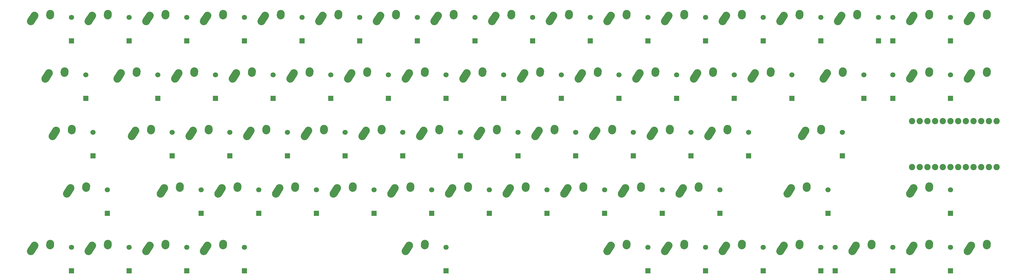
<source format=gts>
%TF.GenerationSoftware,KiCad,Pcbnew,(5.1.6-0-10_14)*%
%TF.CreationDate,2020-08-01T01:29:04+08:00*%
%TF.ProjectId,K45.0,4b34352e-302e-46b6-9963-61645f706362,rev?*%
%TF.SameCoordinates,Original*%
%TF.FileFunction,Soldermask,Top*%
%TF.FilePolarity,Negative*%
%FSLAX46Y46*%
G04 Gerber Fmt 4.6, Leading zero omitted, Abs format (unit mm)*
G04 Created by KiCad (PCBNEW (5.1.6-0-10_14)) date 2020-08-01 01:29:04*
%MOMM*%
%LPD*%
G01*
G04 APERTURE LIST*
%ADD10C,2.082800*%
%ADD11C,1.700000*%
%ADD12R,1.700000X1.700000*%
G04 APERTURE END LIST*
D10*
%TO.C,B1*%
X342106250Y-151923750D03*
X344646250Y-151923750D03*
X347186250Y-151923750D03*
X349726250Y-151923750D03*
X352266250Y-151923750D03*
X354806250Y-151923750D03*
X357346250Y-151923750D03*
X359886250Y-151923750D03*
X362426250Y-151923750D03*
X364966250Y-151923750D03*
X367506250Y-151923750D03*
X370046250Y-151923750D03*
X370046250Y-167163750D03*
X367506250Y-167163750D03*
X364966250Y-167163750D03*
X362426250Y-167163750D03*
X359886250Y-167163750D03*
X357346250Y-167163750D03*
X354806250Y-167163750D03*
X352266250Y-167163750D03*
X349726250Y-167163750D03*
X347186250Y-167163750D03*
X344646250Y-167163750D03*
X342106250Y-167163750D03*
%TD*%
%TO.C,K_PGDN1*%
G36*
G01*
X359375379Y-137224076D02*
X360584303Y-135326446D01*
G75*
G02*
X362379201Y-134928526I1096409J-698489D01*
G01*
X362379201Y-134928526D01*
G75*
G02*
X362777121Y-136723424I-698489J-1096409D01*
G01*
X361568197Y-138621054D01*
G75*
G02*
X359773299Y-139018974I-1096409J698489D01*
G01*
X359773299Y-139018974D01*
G75*
G02*
X359375379Y-137224076I698489J1096409D01*
G01*
G37*
G36*
G01*
X365534536Y-135904659D02*
X365573984Y-135326002D01*
G75*
G02*
X366959394Y-134117432I1296990J-88420D01*
G01*
X366959394Y-134117432D01*
G75*
G02*
X368167964Y-135502842I-88420J-1296990D01*
G01*
X368128516Y-136081498D01*
G75*
G02*
X366743106Y-137290068I-1296990J88420D01*
G01*
X366743106Y-137290068D01*
G75*
G02*
X365534536Y-135904658I88420J1296990D01*
G01*
G37*
%TD*%
%TO.C,K_ESC1*%
G36*
G01*
X49812879Y-118174076D02*
X51021803Y-116276446D01*
G75*
G02*
X52816701Y-115878526I1096409J-698489D01*
G01*
X52816701Y-115878526D01*
G75*
G02*
X53214621Y-117673424I-698489J-1096409D01*
G01*
X52005697Y-119571054D01*
G75*
G02*
X50210799Y-119968974I-1096409J698489D01*
G01*
X50210799Y-119968974D01*
G75*
G02*
X49812879Y-118174076I698489J1096409D01*
G01*
G37*
G36*
G01*
X55972036Y-116854659D02*
X56011484Y-116276002D01*
G75*
G02*
X57396894Y-115067432I1296990J-88420D01*
G01*
X57396894Y-115067432D01*
G75*
G02*
X58605464Y-116452842I-88420J-1296990D01*
G01*
X58566016Y-117031498D01*
G75*
G02*
X57180606Y-118240068I-1296990J88420D01*
G01*
X57180606Y-118240068D01*
G75*
G02*
X55972036Y-116854658I88420J1296990D01*
G01*
G37*
%TD*%
D11*
%TO.C,D_0*%
X254793750Y-117543750D03*
D12*
X254793750Y-125343750D03*
%TD*%
D11*
%TO.C,D_1*%
X83343750Y-117543750D03*
D12*
X83343750Y-125343750D03*
%TD*%
D11*
%TO.C,D_2*%
X102393750Y-117543750D03*
D12*
X102393750Y-125343750D03*
%TD*%
D11*
%TO.C,D_3*%
X121443750Y-117543750D03*
D12*
X121443750Y-125343750D03*
%TD*%
D11*
%TO.C,D_4*%
X140493750Y-117543750D03*
D12*
X140493750Y-125343750D03*
%TD*%
D11*
%TO.C,D_5*%
X159543750Y-117543750D03*
D12*
X159543750Y-125343750D03*
%TD*%
D11*
%TO.C,D_6*%
X178593750Y-117543750D03*
D12*
X178593750Y-125343750D03*
%TD*%
D11*
%TO.C,D_7*%
X197643750Y-117543750D03*
D12*
X197643750Y-125343750D03*
%TD*%
D11*
%TO.C,D_8*%
X216693750Y-117543750D03*
D12*
X216693750Y-125343750D03*
%TD*%
D11*
%TO.C,D_9*%
X235743750Y-117543750D03*
D12*
X235743750Y-125343750D03*
%TD*%
D11*
%TO.C,D_A1*%
X97631250Y-155643750D03*
D12*
X97631250Y-163443750D03*
%TD*%
%TO.C,D_B1*%
X183356250Y-182493750D03*
D11*
X183356250Y-174693750D03*
%TD*%
%TO.C,D_backslash1*%
X326231250Y-136593750D03*
D12*
X326231250Y-144393750D03*
%TD*%
%TO.C,D_C1*%
X145256250Y-182493750D03*
D11*
X145256250Y-174693750D03*
%TD*%
%TO.C,D_CAPLK1*%
X71437500Y-155643750D03*
D12*
X71437500Y-163443750D03*
%TD*%
%TO.C,D_comma1*%
X240506250Y-182493750D03*
D11*
X240506250Y-174693750D03*
%TD*%
D12*
%TO.C,D_D1*%
X135731250Y-163443750D03*
D11*
X135731250Y-155643750D03*
%TD*%
%TO.C,D_DEL1*%
X330993750Y-117543750D03*
D12*
X330993750Y-125343750D03*
%TD*%
%TO.C,D_DN1*%
X335756250Y-201543750D03*
D11*
X335756250Y-193743750D03*
%TD*%
D12*
%TO.C,D_dot1*%
X259556250Y-182493750D03*
D11*
X259556250Y-174693750D03*
%TD*%
%TO.C,D_E1*%
X130968750Y-136593750D03*
D12*
X130968750Y-144393750D03*
%TD*%
D11*
%TO.C,D_END1*%
X335756250Y-136593750D03*
D12*
X335756250Y-144393750D03*
%TD*%
%TO.C,D_ENTER1*%
X319087500Y-163443750D03*
D11*
X319087500Y-155643750D03*
%TD*%
%TO.C,D_ESC1*%
X64293750Y-117543750D03*
D12*
X64293750Y-125343750D03*
%TD*%
%TO.C,D_F1*%
X154781250Y-163443750D03*
D11*
X154781250Y-155643750D03*
%TD*%
D12*
%TO.C,D_G1*%
X173831250Y-163443750D03*
D11*
X173831250Y-155643750D03*
%TD*%
D12*
%TO.C,D_H1*%
X192881250Y-163443750D03*
D11*
X192881250Y-155643750D03*
%TD*%
%TO.C,D_HOME1*%
X335756250Y-117543750D03*
D12*
X335756250Y-125343750D03*
%TD*%
D11*
%TO.C,D_I1*%
X226218750Y-136593750D03*
D12*
X226218750Y-144393750D03*
%TD*%
%TO.C,D_J1*%
X211931250Y-163443750D03*
D11*
X211931250Y-155643750D03*
%TD*%
D12*
%TO.C,D_K1*%
X230981250Y-163443750D03*
D11*
X230981250Y-155643750D03*
%TD*%
D12*
%TO.C,D_L1*%
X250031250Y-163443750D03*
D11*
X250031250Y-155643750D03*
%TD*%
D12*
%TO.C,D_LALT1*%
X102393750Y-201543750D03*
D11*
X102393750Y-193743750D03*
%TD*%
D12*
%TO.C,D_LCMD1*%
X121443750Y-201543750D03*
D11*
X121443750Y-193743750D03*
%TD*%
D12*
%TO.C,D_LCTRL1*%
X83343750Y-201543750D03*
D11*
X83343750Y-193743750D03*
%TD*%
%TO.C,D_leftsquare1*%
X283368750Y-136593750D03*
D12*
X283368750Y-144393750D03*
%TD*%
%TO.C,D_LFN1*%
X64293750Y-201543750D03*
D11*
X64293750Y-193743750D03*
%TD*%
D12*
%TO.C,D_LIFT1*%
X292893750Y-201543750D03*
D11*
X292893750Y-193743750D03*
%TD*%
D12*
%TO.C,D_LSHIFT1*%
X76200000Y-182493750D03*
D11*
X76200000Y-174693750D03*
%TD*%
D12*
%TO.C,D_LT1*%
X316706250Y-201543750D03*
D11*
X316706250Y-193743750D03*
%TD*%
D12*
%TO.C,D_M1*%
X221456250Y-182493750D03*
D11*
X221456250Y-174693750D03*
%TD*%
%TO.C,D_minus1*%
X273843750Y-117543750D03*
D12*
X273843750Y-125343750D03*
%TD*%
%TO.C,D_N1*%
X202406250Y-182493750D03*
D11*
X202406250Y-174693750D03*
%TD*%
%TO.C,D_O1*%
X245268750Y-136593750D03*
D12*
X245268750Y-144393750D03*
%TD*%
D11*
%TO.C,D_P1*%
X264318750Y-136593750D03*
D12*
X264318750Y-144393750D03*
%TD*%
D11*
%TO.C,D_PGDN1*%
X354806250Y-136593750D03*
D12*
X354806250Y-144393750D03*
%TD*%
D11*
%TO.C,D_PGUP1*%
X354806250Y-117543750D03*
D12*
X354806250Y-125343750D03*
%TD*%
D11*
%TO.C,D_plus1*%
X292893750Y-117543750D03*
D12*
X292893750Y-125343750D03*
%TD*%
D11*
%TO.C,D_Q1*%
X92868750Y-136593750D03*
D12*
X92868750Y-144393750D03*
%TD*%
%TO.C,D_quote1*%
X288131250Y-163443750D03*
D11*
X288131250Y-155643750D03*
%TD*%
%TO.C,D_R1*%
X150018750Y-136593750D03*
D12*
X150018750Y-144393750D03*
%TD*%
%TO.C,D_RALT1*%
X273843750Y-201543750D03*
D11*
X273843750Y-193743750D03*
%TD*%
D12*
%TO.C,D_RCMD1*%
X254793750Y-201543750D03*
D11*
X254793750Y-193743750D03*
%TD*%
D12*
%TO.C,D_RFN1*%
X311943750Y-201543750D03*
D11*
X311943750Y-193743750D03*
%TD*%
%TO.C,D_rightsquare1*%
X302418750Y-136593750D03*
D12*
X302418750Y-144393750D03*
%TD*%
%TO.C,D_RSHIFT1*%
X314325000Y-182493750D03*
D11*
X314325000Y-174693750D03*
%TD*%
D12*
%TO.C,D_RT1*%
X354806250Y-201543750D03*
D11*
X354806250Y-193743750D03*
%TD*%
D12*
%TO.C,D_S1*%
X116681250Y-163443750D03*
D11*
X116681250Y-155643750D03*
%TD*%
D12*
%TO.C,D_semicolon1*%
X269081250Y-163443750D03*
D11*
X269081250Y-155643750D03*
%TD*%
D12*
%TO.C,D_slash1*%
X278606250Y-182493750D03*
D11*
X278606250Y-174693750D03*
%TD*%
D12*
%TO.C,D_space1*%
X188118750Y-201543750D03*
D11*
X188118750Y-193743750D03*
%TD*%
%TO.C,D_T1*%
X169068750Y-136593750D03*
D12*
X169068750Y-144393750D03*
%TD*%
D11*
%TO.C,D_TAB1*%
X69056250Y-136593750D03*
D12*
X69056250Y-144393750D03*
%TD*%
D11*
%TO.C,D_tilde1*%
X311943750Y-117543750D03*
D12*
X311943750Y-125343750D03*
%TD*%
D11*
%TO.C,D_U1*%
X207168750Y-136593750D03*
D12*
X207168750Y-144393750D03*
%TD*%
%TO.C,D_UP1*%
X354806250Y-182493750D03*
D11*
X354806250Y-174693750D03*
%TD*%
D12*
%TO.C,D_V1*%
X164306250Y-182493750D03*
D11*
X164306250Y-174693750D03*
%TD*%
%TO.C,D_W1*%
X111918750Y-136593750D03*
D12*
X111918750Y-144393750D03*
%TD*%
%TO.C,D_X1*%
X126206250Y-182493750D03*
D11*
X126206250Y-174693750D03*
%TD*%
%TO.C,D_Y1*%
X188118750Y-136593750D03*
D12*
X188118750Y-144393750D03*
%TD*%
%TO.C,D_Z1*%
X107156250Y-182493750D03*
D11*
X107156250Y-174693750D03*
%TD*%
%TO.C,K_0*%
G36*
G01*
X246472036Y-116854659D02*
X246511484Y-116276002D01*
G75*
G02*
X247896894Y-115067432I1296990J-88420D01*
G01*
X247896894Y-115067432D01*
G75*
G02*
X249105464Y-116452842I-88420J-1296990D01*
G01*
X249066016Y-117031498D01*
G75*
G02*
X247680606Y-118240068I-1296990J88420D01*
G01*
X247680606Y-118240068D01*
G75*
G02*
X246472036Y-116854658I88420J1296990D01*
G01*
G37*
G36*
G01*
X240312879Y-118174076D02*
X241521803Y-116276446D01*
G75*
G02*
X243316701Y-115878526I1096409J-698489D01*
G01*
X243316701Y-115878526D01*
G75*
G02*
X243714621Y-117673424I-698489J-1096409D01*
G01*
X242505697Y-119571054D01*
G75*
G02*
X240710799Y-119968974I-1096409J698489D01*
G01*
X240710799Y-119968974D01*
G75*
G02*
X240312879Y-118174076I698489J1096409D01*
G01*
G37*
%TD*%
%TO.C,K_1*%
G36*
G01*
X75022036Y-116854659D02*
X75061484Y-116276002D01*
G75*
G02*
X76446894Y-115067432I1296990J-88420D01*
G01*
X76446894Y-115067432D01*
G75*
G02*
X77655464Y-116452842I-88420J-1296990D01*
G01*
X77616016Y-117031498D01*
G75*
G02*
X76230606Y-118240068I-1296990J88420D01*
G01*
X76230606Y-118240068D01*
G75*
G02*
X75022036Y-116854658I88420J1296990D01*
G01*
G37*
G36*
G01*
X68862879Y-118174076D02*
X70071803Y-116276446D01*
G75*
G02*
X71866701Y-115878526I1096409J-698489D01*
G01*
X71866701Y-115878526D01*
G75*
G02*
X72264621Y-117673424I-698489J-1096409D01*
G01*
X71055697Y-119571054D01*
G75*
G02*
X69260799Y-119968974I-1096409J698489D01*
G01*
X69260799Y-119968974D01*
G75*
G02*
X68862879Y-118174076I698489J1096409D01*
G01*
G37*
%TD*%
%TO.C,K_2*%
G36*
G01*
X94072036Y-116854659D02*
X94111484Y-116276002D01*
G75*
G02*
X95496894Y-115067432I1296990J-88420D01*
G01*
X95496894Y-115067432D01*
G75*
G02*
X96705464Y-116452842I-88420J-1296990D01*
G01*
X96666016Y-117031498D01*
G75*
G02*
X95280606Y-118240068I-1296990J88420D01*
G01*
X95280606Y-118240068D01*
G75*
G02*
X94072036Y-116854658I88420J1296990D01*
G01*
G37*
G36*
G01*
X87912879Y-118174076D02*
X89121803Y-116276446D01*
G75*
G02*
X90916701Y-115878526I1096409J-698489D01*
G01*
X90916701Y-115878526D01*
G75*
G02*
X91314621Y-117673424I-698489J-1096409D01*
G01*
X90105697Y-119571054D01*
G75*
G02*
X88310799Y-119968974I-1096409J698489D01*
G01*
X88310799Y-119968974D01*
G75*
G02*
X87912879Y-118174076I698489J1096409D01*
G01*
G37*
%TD*%
%TO.C,K_3*%
G36*
G01*
X113122036Y-116854659D02*
X113161484Y-116276002D01*
G75*
G02*
X114546894Y-115067432I1296990J-88420D01*
G01*
X114546894Y-115067432D01*
G75*
G02*
X115755464Y-116452842I-88420J-1296990D01*
G01*
X115716016Y-117031498D01*
G75*
G02*
X114330606Y-118240068I-1296990J88420D01*
G01*
X114330606Y-118240068D01*
G75*
G02*
X113122036Y-116854658I88420J1296990D01*
G01*
G37*
G36*
G01*
X106962879Y-118174076D02*
X108171803Y-116276446D01*
G75*
G02*
X109966701Y-115878526I1096409J-698489D01*
G01*
X109966701Y-115878526D01*
G75*
G02*
X110364621Y-117673424I-698489J-1096409D01*
G01*
X109155697Y-119571054D01*
G75*
G02*
X107360799Y-119968974I-1096409J698489D01*
G01*
X107360799Y-119968974D01*
G75*
G02*
X106962879Y-118174076I698489J1096409D01*
G01*
G37*
%TD*%
%TO.C,K_4*%
G36*
G01*
X132172036Y-116854659D02*
X132211484Y-116276002D01*
G75*
G02*
X133596894Y-115067432I1296990J-88420D01*
G01*
X133596894Y-115067432D01*
G75*
G02*
X134805464Y-116452842I-88420J-1296990D01*
G01*
X134766016Y-117031498D01*
G75*
G02*
X133380606Y-118240068I-1296990J88420D01*
G01*
X133380606Y-118240068D01*
G75*
G02*
X132172036Y-116854658I88420J1296990D01*
G01*
G37*
G36*
G01*
X126012879Y-118174076D02*
X127221803Y-116276446D01*
G75*
G02*
X129016701Y-115878526I1096409J-698489D01*
G01*
X129016701Y-115878526D01*
G75*
G02*
X129414621Y-117673424I-698489J-1096409D01*
G01*
X128205697Y-119571054D01*
G75*
G02*
X126410799Y-119968974I-1096409J698489D01*
G01*
X126410799Y-119968974D01*
G75*
G02*
X126012879Y-118174076I698489J1096409D01*
G01*
G37*
%TD*%
%TO.C,K_5*%
G36*
G01*
X151222036Y-116854659D02*
X151261484Y-116276002D01*
G75*
G02*
X152646894Y-115067432I1296990J-88420D01*
G01*
X152646894Y-115067432D01*
G75*
G02*
X153855464Y-116452842I-88420J-1296990D01*
G01*
X153816016Y-117031498D01*
G75*
G02*
X152430606Y-118240068I-1296990J88420D01*
G01*
X152430606Y-118240068D01*
G75*
G02*
X151222036Y-116854658I88420J1296990D01*
G01*
G37*
G36*
G01*
X145062879Y-118174076D02*
X146271803Y-116276446D01*
G75*
G02*
X148066701Y-115878526I1096409J-698489D01*
G01*
X148066701Y-115878526D01*
G75*
G02*
X148464621Y-117673424I-698489J-1096409D01*
G01*
X147255697Y-119571054D01*
G75*
G02*
X145460799Y-119968974I-1096409J698489D01*
G01*
X145460799Y-119968974D01*
G75*
G02*
X145062879Y-118174076I698489J1096409D01*
G01*
G37*
%TD*%
%TO.C,K_6*%
G36*
G01*
X170272036Y-116854659D02*
X170311484Y-116276002D01*
G75*
G02*
X171696894Y-115067432I1296990J-88420D01*
G01*
X171696894Y-115067432D01*
G75*
G02*
X172905464Y-116452842I-88420J-1296990D01*
G01*
X172866016Y-117031498D01*
G75*
G02*
X171480606Y-118240068I-1296990J88420D01*
G01*
X171480606Y-118240068D01*
G75*
G02*
X170272036Y-116854658I88420J1296990D01*
G01*
G37*
G36*
G01*
X164112879Y-118174076D02*
X165321803Y-116276446D01*
G75*
G02*
X167116701Y-115878526I1096409J-698489D01*
G01*
X167116701Y-115878526D01*
G75*
G02*
X167514621Y-117673424I-698489J-1096409D01*
G01*
X166305697Y-119571054D01*
G75*
G02*
X164510799Y-119968974I-1096409J698489D01*
G01*
X164510799Y-119968974D01*
G75*
G02*
X164112879Y-118174076I698489J1096409D01*
G01*
G37*
%TD*%
%TO.C,K_7*%
G36*
G01*
X189322036Y-116854659D02*
X189361484Y-116276002D01*
G75*
G02*
X190746894Y-115067432I1296990J-88420D01*
G01*
X190746894Y-115067432D01*
G75*
G02*
X191955464Y-116452842I-88420J-1296990D01*
G01*
X191916016Y-117031498D01*
G75*
G02*
X190530606Y-118240068I-1296990J88420D01*
G01*
X190530606Y-118240068D01*
G75*
G02*
X189322036Y-116854658I88420J1296990D01*
G01*
G37*
G36*
G01*
X183162879Y-118174076D02*
X184371803Y-116276446D01*
G75*
G02*
X186166701Y-115878526I1096409J-698489D01*
G01*
X186166701Y-115878526D01*
G75*
G02*
X186564621Y-117673424I-698489J-1096409D01*
G01*
X185355697Y-119571054D01*
G75*
G02*
X183560799Y-119968974I-1096409J698489D01*
G01*
X183560799Y-119968974D01*
G75*
G02*
X183162879Y-118174076I698489J1096409D01*
G01*
G37*
%TD*%
%TO.C,K_8*%
G36*
G01*
X208372036Y-116854659D02*
X208411484Y-116276002D01*
G75*
G02*
X209796894Y-115067432I1296990J-88420D01*
G01*
X209796894Y-115067432D01*
G75*
G02*
X211005464Y-116452842I-88420J-1296990D01*
G01*
X210966016Y-117031498D01*
G75*
G02*
X209580606Y-118240068I-1296990J88420D01*
G01*
X209580606Y-118240068D01*
G75*
G02*
X208372036Y-116854658I88420J1296990D01*
G01*
G37*
G36*
G01*
X202212879Y-118174076D02*
X203421803Y-116276446D01*
G75*
G02*
X205216701Y-115878526I1096409J-698489D01*
G01*
X205216701Y-115878526D01*
G75*
G02*
X205614621Y-117673424I-698489J-1096409D01*
G01*
X204405697Y-119571054D01*
G75*
G02*
X202610799Y-119968974I-1096409J698489D01*
G01*
X202610799Y-119968974D01*
G75*
G02*
X202212879Y-118174076I698489J1096409D01*
G01*
G37*
%TD*%
%TO.C,K_9*%
G36*
G01*
X227422036Y-116854659D02*
X227461484Y-116276002D01*
G75*
G02*
X228846894Y-115067432I1296990J-88420D01*
G01*
X228846894Y-115067432D01*
G75*
G02*
X230055464Y-116452842I-88420J-1296990D01*
G01*
X230016016Y-117031498D01*
G75*
G02*
X228630606Y-118240068I-1296990J88420D01*
G01*
X228630606Y-118240068D01*
G75*
G02*
X227422036Y-116854658I88420J1296990D01*
G01*
G37*
G36*
G01*
X221262879Y-118174076D02*
X222471803Y-116276446D01*
G75*
G02*
X224266701Y-115878526I1096409J-698489D01*
G01*
X224266701Y-115878526D01*
G75*
G02*
X224664621Y-117673424I-698489J-1096409D01*
G01*
X223455697Y-119571054D01*
G75*
G02*
X221660799Y-119968974I-1096409J698489D01*
G01*
X221660799Y-119968974D01*
G75*
G02*
X221262879Y-118174076I698489J1096409D01*
G01*
G37*
%TD*%
%TO.C,K_A1*%
G36*
G01*
X83150379Y-156274076D02*
X84359303Y-154376446D01*
G75*
G02*
X86154201Y-153978526I1096409J-698489D01*
G01*
X86154201Y-153978526D01*
G75*
G02*
X86552121Y-155773424I-698489J-1096409D01*
G01*
X85343197Y-157671054D01*
G75*
G02*
X83548299Y-158068974I-1096409J698489D01*
G01*
X83548299Y-158068974D01*
G75*
G02*
X83150379Y-156274076I698489J1096409D01*
G01*
G37*
G36*
G01*
X89309536Y-154954659D02*
X89348984Y-154376002D01*
G75*
G02*
X90734394Y-153167432I1296990J-88420D01*
G01*
X90734394Y-153167432D01*
G75*
G02*
X91942964Y-154552842I-88420J-1296990D01*
G01*
X91903516Y-155131498D01*
G75*
G02*
X90518106Y-156340068I-1296990J88420D01*
G01*
X90518106Y-156340068D01*
G75*
G02*
X89309536Y-154954658I88420J1296990D01*
G01*
G37*
%TD*%
%TO.C,K_B1*%
G36*
G01*
X175034536Y-174004659D02*
X175073984Y-173426002D01*
G75*
G02*
X176459394Y-172217432I1296990J-88420D01*
G01*
X176459394Y-172217432D01*
G75*
G02*
X177667964Y-173602842I-88420J-1296990D01*
G01*
X177628516Y-174181498D01*
G75*
G02*
X176243106Y-175390068I-1296990J88420D01*
G01*
X176243106Y-175390068D01*
G75*
G02*
X175034536Y-174004658I88420J1296990D01*
G01*
G37*
G36*
G01*
X168875379Y-175324076D02*
X170084303Y-173426446D01*
G75*
G02*
X171879201Y-173028526I1096409J-698489D01*
G01*
X171879201Y-173028526D01*
G75*
G02*
X172277121Y-174823424I-698489J-1096409D01*
G01*
X171068197Y-176721054D01*
G75*
G02*
X169273299Y-177118974I-1096409J698489D01*
G01*
X169273299Y-177118974D01*
G75*
G02*
X168875379Y-175324076I698489J1096409D01*
G01*
G37*
%TD*%
%TO.C,K_backslash1*%
G36*
G01*
X311750379Y-137224076D02*
X312959303Y-135326446D01*
G75*
G02*
X314754201Y-134928526I1096409J-698489D01*
G01*
X314754201Y-134928526D01*
G75*
G02*
X315152121Y-136723424I-698489J-1096409D01*
G01*
X313943197Y-138621054D01*
G75*
G02*
X312148299Y-139018974I-1096409J698489D01*
G01*
X312148299Y-139018974D01*
G75*
G02*
X311750379Y-137224076I698489J1096409D01*
G01*
G37*
G36*
G01*
X317909536Y-135904659D02*
X317948984Y-135326002D01*
G75*
G02*
X319334394Y-134117432I1296990J-88420D01*
G01*
X319334394Y-134117432D01*
G75*
G02*
X320542964Y-135502842I-88420J-1296990D01*
G01*
X320503516Y-136081498D01*
G75*
G02*
X319118106Y-137290068I-1296990J88420D01*
G01*
X319118106Y-137290068D01*
G75*
G02*
X317909536Y-135904658I88420J1296990D01*
G01*
G37*
%TD*%
%TO.C,K_C1*%
G36*
G01*
X136934536Y-174004659D02*
X136973984Y-173426002D01*
G75*
G02*
X138359394Y-172217432I1296990J-88420D01*
G01*
X138359394Y-172217432D01*
G75*
G02*
X139567964Y-173602842I-88420J-1296990D01*
G01*
X139528516Y-174181498D01*
G75*
G02*
X138143106Y-175390068I-1296990J88420D01*
G01*
X138143106Y-175390068D01*
G75*
G02*
X136934536Y-174004658I88420J1296990D01*
G01*
G37*
G36*
G01*
X130775379Y-175324076D02*
X131984303Y-173426446D01*
G75*
G02*
X133779201Y-173028526I1096409J-698489D01*
G01*
X133779201Y-173028526D01*
G75*
G02*
X134177121Y-174823424I-698489J-1096409D01*
G01*
X132968197Y-176721054D01*
G75*
G02*
X131173299Y-177118974I-1096409J698489D01*
G01*
X131173299Y-177118974D01*
G75*
G02*
X130775379Y-175324076I698489J1096409D01*
G01*
G37*
%TD*%
%TO.C,K_CAPLK1*%
G36*
G01*
X56956629Y-156274076D02*
X58165553Y-154376446D01*
G75*
G02*
X59960451Y-153978526I1096409J-698489D01*
G01*
X59960451Y-153978526D01*
G75*
G02*
X60358371Y-155773424I-698489J-1096409D01*
G01*
X59149447Y-157671054D01*
G75*
G02*
X57354549Y-158068974I-1096409J698489D01*
G01*
X57354549Y-158068974D01*
G75*
G02*
X56956629Y-156274076I698489J1096409D01*
G01*
G37*
G36*
G01*
X63115786Y-154954659D02*
X63155234Y-154376002D01*
G75*
G02*
X64540644Y-153167432I1296990J-88420D01*
G01*
X64540644Y-153167432D01*
G75*
G02*
X65749214Y-154552842I-88420J-1296990D01*
G01*
X65709766Y-155131498D01*
G75*
G02*
X64324356Y-156340068I-1296990J88420D01*
G01*
X64324356Y-156340068D01*
G75*
G02*
X63115786Y-154954658I88420J1296990D01*
G01*
G37*
%TD*%
%TO.C,K_comma1*%
G36*
G01*
X232184536Y-174004659D02*
X232223984Y-173426002D01*
G75*
G02*
X233609394Y-172217432I1296990J-88420D01*
G01*
X233609394Y-172217432D01*
G75*
G02*
X234817964Y-173602842I-88420J-1296990D01*
G01*
X234778516Y-174181498D01*
G75*
G02*
X233393106Y-175390068I-1296990J88420D01*
G01*
X233393106Y-175390068D01*
G75*
G02*
X232184536Y-174004658I88420J1296990D01*
G01*
G37*
G36*
G01*
X226025379Y-175324076D02*
X227234303Y-173426446D01*
G75*
G02*
X229029201Y-173028526I1096409J-698489D01*
G01*
X229029201Y-173028526D01*
G75*
G02*
X229427121Y-174823424I-698489J-1096409D01*
G01*
X228218197Y-176721054D01*
G75*
G02*
X226423299Y-177118974I-1096409J698489D01*
G01*
X226423299Y-177118974D01*
G75*
G02*
X226025379Y-175324076I698489J1096409D01*
G01*
G37*
%TD*%
%TO.C,K_D1*%
G36*
G01*
X127409536Y-154954659D02*
X127448984Y-154376002D01*
G75*
G02*
X128834394Y-153167432I1296990J-88420D01*
G01*
X128834394Y-153167432D01*
G75*
G02*
X130042964Y-154552842I-88420J-1296990D01*
G01*
X130003516Y-155131498D01*
G75*
G02*
X128618106Y-156340068I-1296990J88420D01*
G01*
X128618106Y-156340068D01*
G75*
G02*
X127409536Y-154954658I88420J1296990D01*
G01*
G37*
G36*
G01*
X121250379Y-156274076D02*
X122459303Y-154376446D01*
G75*
G02*
X124254201Y-153978526I1096409J-698489D01*
G01*
X124254201Y-153978526D01*
G75*
G02*
X124652121Y-155773424I-698489J-1096409D01*
G01*
X123443197Y-157671054D01*
G75*
G02*
X121648299Y-158068974I-1096409J698489D01*
G01*
X121648299Y-158068974D01*
G75*
G02*
X121250379Y-156274076I698489J1096409D01*
G01*
G37*
%TD*%
%TO.C,K_DEL1*%
G36*
G01*
X316512879Y-118174076D02*
X317721803Y-116276446D01*
G75*
G02*
X319516701Y-115878526I1096409J-698489D01*
G01*
X319516701Y-115878526D01*
G75*
G02*
X319914621Y-117673424I-698489J-1096409D01*
G01*
X318705697Y-119571054D01*
G75*
G02*
X316910799Y-119968974I-1096409J698489D01*
G01*
X316910799Y-119968974D01*
G75*
G02*
X316512879Y-118174076I698489J1096409D01*
G01*
G37*
G36*
G01*
X322672036Y-116854659D02*
X322711484Y-116276002D01*
G75*
G02*
X324096894Y-115067432I1296990J-88420D01*
G01*
X324096894Y-115067432D01*
G75*
G02*
X325305464Y-116452842I-88420J-1296990D01*
G01*
X325266016Y-117031498D01*
G75*
G02*
X323880606Y-118240068I-1296990J88420D01*
G01*
X323880606Y-118240068D01*
G75*
G02*
X322672036Y-116854658I88420J1296990D01*
G01*
G37*
%TD*%
%TO.C,K_DN1*%
G36*
G01*
X340325379Y-194374076D02*
X341534303Y-192476446D01*
G75*
G02*
X343329201Y-192078526I1096409J-698489D01*
G01*
X343329201Y-192078526D01*
G75*
G02*
X343727121Y-193873424I-698489J-1096409D01*
G01*
X342518197Y-195771054D01*
G75*
G02*
X340723299Y-196168974I-1096409J698489D01*
G01*
X340723299Y-196168974D01*
G75*
G02*
X340325379Y-194374076I698489J1096409D01*
G01*
G37*
G36*
G01*
X346484536Y-193054659D02*
X346523984Y-192476002D01*
G75*
G02*
X347909394Y-191267432I1296990J-88420D01*
G01*
X347909394Y-191267432D01*
G75*
G02*
X349117964Y-192652842I-88420J-1296990D01*
G01*
X349078516Y-193231498D01*
G75*
G02*
X347693106Y-194440068I-1296990J88420D01*
G01*
X347693106Y-194440068D01*
G75*
G02*
X346484536Y-193054658I88420J1296990D01*
G01*
G37*
%TD*%
%TO.C,K_dot1*%
G36*
G01*
X251234536Y-174004659D02*
X251273984Y-173426002D01*
G75*
G02*
X252659394Y-172217432I1296990J-88420D01*
G01*
X252659394Y-172217432D01*
G75*
G02*
X253867964Y-173602842I-88420J-1296990D01*
G01*
X253828516Y-174181498D01*
G75*
G02*
X252443106Y-175390068I-1296990J88420D01*
G01*
X252443106Y-175390068D01*
G75*
G02*
X251234536Y-174004658I88420J1296990D01*
G01*
G37*
G36*
G01*
X245075379Y-175324076D02*
X246284303Y-173426446D01*
G75*
G02*
X248079201Y-173028526I1096409J-698489D01*
G01*
X248079201Y-173028526D01*
G75*
G02*
X248477121Y-174823424I-698489J-1096409D01*
G01*
X247268197Y-176721054D01*
G75*
G02*
X245473299Y-177118974I-1096409J698489D01*
G01*
X245473299Y-177118974D01*
G75*
G02*
X245075379Y-175324076I698489J1096409D01*
G01*
G37*
%TD*%
%TO.C,K_E1*%
G36*
G01*
X116487879Y-137224076D02*
X117696803Y-135326446D01*
G75*
G02*
X119491701Y-134928526I1096409J-698489D01*
G01*
X119491701Y-134928526D01*
G75*
G02*
X119889621Y-136723424I-698489J-1096409D01*
G01*
X118680697Y-138621054D01*
G75*
G02*
X116885799Y-139018974I-1096409J698489D01*
G01*
X116885799Y-139018974D01*
G75*
G02*
X116487879Y-137224076I698489J1096409D01*
G01*
G37*
G36*
G01*
X122647036Y-135904659D02*
X122686484Y-135326002D01*
G75*
G02*
X124071894Y-134117432I1296990J-88420D01*
G01*
X124071894Y-134117432D01*
G75*
G02*
X125280464Y-135502842I-88420J-1296990D01*
G01*
X125241016Y-136081498D01*
G75*
G02*
X123855606Y-137290068I-1296990J88420D01*
G01*
X123855606Y-137290068D01*
G75*
G02*
X122647036Y-135904658I88420J1296990D01*
G01*
G37*
%TD*%
%TO.C,K_END1*%
G36*
G01*
X340325379Y-137224076D02*
X341534303Y-135326446D01*
G75*
G02*
X343329201Y-134928526I1096409J-698489D01*
G01*
X343329201Y-134928526D01*
G75*
G02*
X343727121Y-136723424I-698489J-1096409D01*
G01*
X342518197Y-138621054D01*
G75*
G02*
X340723299Y-139018974I-1096409J698489D01*
G01*
X340723299Y-139018974D01*
G75*
G02*
X340325379Y-137224076I698489J1096409D01*
G01*
G37*
G36*
G01*
X346484536Y-135904659D02*
X346523984Y-135326002D01*
G75*
G02*
X347909394Y-134117432I1296990J-88420D01*
G01*
X347909394Y-134117432D01*
G75*
G02*
X349117964Y-135502842I-88420J-1296990D01*
G01*
X349078516Y-136081498D01*
G75*
G02*
X347693106Y-137290068I-1296990J88420D01*
G01*
X347693106Y-137290068D01*
G75*
G02*
X346484536Y-135904658I88420J1296990D01*
G01*
G37*
%TD*%
%TO.C,K_ENTER1*%
G36*
G01*
X310765786Y-154954659D02*
X310805234Y-154376002D01*
G75*
G02*
X312190644Y-153167432I1296990J-88420D01*
G01*
X312190644Y-153167432D01*
G75*
G02*
X313399214Y-154552842I-88420J-1296990D01*
G01*
X313359766Y-155131498D01*
G75*
G02*
X311974356Y-156340068I-1296990J88420D01*
G01*
X311974356Y-156340068D01*
G75*
G02*
X310765786Y-154954658I88420J1296990D01*
G01*
G37*
G36*
G01*
X304606629Y-156274076D02*
X305815553Y-154376446D01*
G75*
G02*
X307610451Y-153978526I1096409J-698489D01*
G01*
X307610451Y-153978526D01*
G75*
G02*
X308008371Y-155773424I-698489J-1096409D01*
G01*
X306799447Y-157671054D01*
G75*
G02*
X305004549Y-158068974I-1096409J698489D01*
G01*
X305004549Y-158068974D01*
G75*
G02*
X304606629Y-156274076I698489J1096409D01*
G01*
G37*
%TD*%
%TO.C,K_F1*%
G36*
G01*
X146459536Y-154954659D02*
X146498984Y-154376002D01*
G75*
G02*
X147884394Y-153167432I1296990J-88420D01*
G01*
X147884394Y-153167432D01*
G75*
G02*
X149092964Y-154552842I-88420J-1296990D01*
G01*
X149053516Y-155131498D01*
G75*
G02*
X147668106Y-156340068I-1296990J88420D01*
G01*
X147668106Y-156340068D01*
G75*
G02*
X146459536Y-154954658I88420J1296990D01*
G01*
G37*
G36*
G01*
X140300379Y-156274076D02*
X141509303Y-154376446D01*
G75*
G02*
X143304201Y-153978526I1096409J-698489D01*
G01*
X143304201Y-153978526D01*
G75*
G02*
X143702121Y-155773424I-698489J-1096409D01*
G01*
X142493197Y-157671054D01*
G75*
G02*
X140698299Y-158068974I-1096409J698489D01*
G01*
X140698299Y-158068974D01*
G75*
G02*
X140300379Y-156274076I698489J1096409D01*
G01*
G37*
%TD*%
%TO.C,K_G1*%
G36*
G01*
X165509536Y-154954659D02*
X165548984Y-154376002D01*
G75*
G02*
X166934394Y-153167432I1296990J-88420D01*
G01*
X166934394Y-153167432D01*
G75*
G02*
X168142964Y-154552842I-88420J-1296990D01*
G01*
X168103516Y-155131498D01*
G75*
G02*
X166718106Y-156340068I-1296990J88420D01*
G01*
X166718106Y-156340068D01*
G75*
G02*
X165509536Y-154954658I88420J1296990D01*
G01*
G37*
G36*
G01*
X159350379Y-156274076D02*
X160559303Y-154376446D01*
G75*
G02*
X162354201Y-153978526I1096409J-698489D01*
G01*
X162354201Y-153978526D01*
G75*
G02*
X162752121Y-155773424I-698489J-1096409D01*
G01*
X161543197Y-157671054D01*
G75*
G02*
X159748299Y-158068974I-1096409J698489D01*
G01*
X159748299Y-158068974D01*
G75*
G02*
X159350379Y-156274076I698489J1096409D01*
G01*
G37*
%TD*%
%TO.C,K_H1*%
G36*
G01*
X184559536Y-154954659D02*
X184598984Y-154376002D01*
G75*
G02*
X185984394Y-153167432I1296990J-88420D01*
G01*
X185984394Y-153167432D01*
G75*
G02*
X187192964Y-154552842I-88420J-1296990D01*
G01*
X187153516Y-155131498D01*
G75*
G02*
X185768106Y-156340068I-1296990J88420D01*
G01*
X185768106Y-156340068D01*
G75*
G02*
X184559536Y-154954658I88420J1296990D01*
G01*
G37*
G36*
G01*
X178400379Y-156274076D02*
X179609303Y-154376446D01*
G75*
G02*
X181404201Y-153978526I1096409J-698489D01*
G01*
X181404201Y-153978526D01*
G75*
G02*
X181802121Y-155773424I-698489J-1096409D01*
G01*
X180593197Y-157671054D01*
G75*
G02*
X178798299Y-158068974I-1096409J698489D01*
G01*
X178798299Y-158068974D01*
G75*
G02*
X178400379Y-156274076I698489J1096409D01*
G01*
G37*
%TD*%
%TO.C,K_HOME1*%
G36*
G01*
X340325379Y-118174076D02*
X341534303Y-116276446D01*
G75*
G02*
X343329201Y-115878526I1096409J-698489D01*
G01*
X343329201Y-115878526D01*
G75*
G02*
X343727121Y-117673424I-698489J-1096409D01*
G01*
X342518197Y-119571054D01*
G75*
G02*
X340723299Y-119968974I-1096409J698489D01*
G01*
X340723299Y-119968974D01*
G75*
G02*
X340325379Y-118174076I698489J1096409D01*
G01*
G37*
G36*
G01*
X346484536Y-116854659D02*
X346523984Y-116276002D01*
G75*
G02*
X347909394Y-115067432I1296990J-88420D01*
G01*
X347909394Y-115067432D01*
G75*
G02*
X349117964Y-116452842I-88420J-1296990D01*
G01*
X349078516Y-117031498D01*
G75*
G02*
X347693106Y-118240068I-1296990J88420D01*
G01*
X347693106Y-118240068D01*
G75*
G02*
X346484536Y-116854658I88420J1296990D01*
G01*
G37*
%TD*%
%TO.C,K_I1*%
G36*
G01*
X211737879Y-137224076D02*
X212946803Y-135326446D01*
G75*
G02*
X214741701Y-134928526I1096409J-698489D01*
G01*
X214741701Y-134928526D01*
G75*
G02*
X215139621Y-136723424I-698489J-1096409D01*
G01*
X213930697Y-138621054D01*
G75*
G02*
X212135799Y-139018974I-1096409J698489D01*
G01*
X212135799Y-139018974D01*
G75*
G02*
X211737879Y-137224076I698489J1096409D01*
G01*
G37*
G36*
G01*
X217897036Y-135904659D02*
X217936484Y-135326002D01*
G75*
G02*
X219321894Y-134117432I1296990J-88420D01*
G01*
X219321894Y-134117432D01*
G75*
G02*
X220530464Y-135502842I-88420J-1296990D01*
G01*
X220491016Y-136081498D01*
G75*
G02*
X219105606Y-137290068I-1296990J88420D01*
G01*
X219105606Y-137290068D01*
G75*
G02*
X217897036Y-135904658I88420J1296990D01*
G01*
G37*
%TD*%
%TO.C,K_J1*%
G36*
G01*
X203609536Y-154954659D02*
X203648984Y-154376002D01*
G75*
G02*
X205034394Y-153167432I1296990J-88420D01*
G01*
X205034394Y-153167432D01*
G75*
G02*
X206242964Y-154552842I-88420J-1296990D01*
G01*
X206203516Y-155131498D01*
G75*
G02*
X204818106Y-156340068I-1296990J88420D01*
G01*
X204818106Y-156340068D01*
G75*
G02*
X203609536Y-154954658I88420J1296990D01*
G01*
G37*
G36*
G01*
X197450379Y-156274076D02*
X198659303Y-154376446D01*
G75*
G02*
X200454201Y-153978526I1096409J-698489D01*
G01*
X200454201Y-153978526D01*
G75*
G02*
X200852121Y-155773424I-698489J-1096409D01*
G01*
X199643197Y-157671054D01*
G75*
G02*
X197848299Y-158068974I-1096409J698489D01*
G01*
X197848299Y-158068974D01*
G75*
G02*
X197450379Y-156274076I698489J1096409D01*
G01*
G37*
%TD*%
%TO.C,K_K1*%
G36*
G01*
X222659536Y-154954659D02*
X222698984Y-154376002D01*
G75*
G02*
X224084394Y-153167432I1296990J-88420D01*
G01*
X224084394Y-153167432D01*
G75*
G02*
X225292964Y-154552842I-88420J-1296990D01*
G01*
X225253516Y-155131498D01*
G75*
G02*
X223868106Y-156340068I-1296990J88420D01*
G01*
X223868106Y-156340068D01*
G75*
G02*
X222659536Y-154954658I88420J1296990D01*
G01*
G37*
G36*
G01*
X216500379Y-156274076D02*
X217709303Y-154376446D01*
G75*
G02*
X219504201Y-153978526I1096409J-698489D01*
G01*
X219504201Y-153978526D01*
G75*
G02*
X219902121Y-155773424I-698489J-1096409D01*
G01*
X218693197Y-157671054D01*
G75*
G02*
X216898299Y-158068974I-1096409J698489D01*
G01*
X216898299Y-158068974D01*
G75*
G02*
X216500379Y-156274076I698489J1096409D01*
G01*
G37*
%TD*%
%TO.C,K_L1*%
G36*
G01*
X241709536Y-154954659D02*
X241748984Y-154376002D01*
G75*
G02*
X243134394Y-153167432I1296990J-88420D01*
G01*
X243134394Y-153167432D01*
G75*
G02*
X244342964Y-154552842I-88420J-1296990D01*
G01*
X244303516Y-155131498D01*
G75*
G02*
X242918106Y-156340068I-1296990J88420D01*
G01*
X242918106Y-156340068D01*
G75*
G02*
X241709536Y-154954658I88420J1296990D01*
G01*
G37*
G36*
G01*
X235550379Y-156274076D02*
X236759303Y-154376446D01*
G75*
G02*
X238554201Y-153978526I1096409J-698489D01*
G01*
X238554201Y-153978526D01*
G75*
G02*
X238952121Y-155773424I-698489J-1096409D01*
G01*
X237743197Y-157671054D01*
G75*
G02*
X235948299Y-158068974I-1096409J698489D01*
G01*
X235948299Y-158068974D01*
G75*
G02*
X235550379Y-156274076I698489J1096409D01*
G01*
G37*
%TD*%
%TO.C,K_LALT1*%
G36*
G01*
X87912879Y-194374076D02*
X89121803Y-192476446D01*
G75*
G02*
X90916701Y-192078526I1096409J-698489D01*
G01*
X90916701Y-192078526D01*
G75*
G02*
X91314621Y-193873424I-698489J-1096409D01*
G01*
X90105697Y-195771054D01*
G75*
G02*
X88310799Y-196168974I-1096409J698489D01*
G01*
X88310799Y-196168974D01*
G75*
G02*
X87912879Y-194374076I698489J1096409D01*
G01*
G37*
G36*
G01*
X94072036Y-193054659D02*
X94111484Y-192476002D01*
G75*
G02*
X95496894Y-191267432I1296990J-88420D01*
G01*
X95496894Y-191267432D01*
G75*
G02*
X96705464Y-192652842I-88420J-1296990D01*
G01*
X96666016Y-193231498D01*
G75*
G02*
X95280606Y-194440068I-1296990J88420D01*
G01*
X95280606Y-194440068D01*
G75*
G02*
X94072036Y-193054658I88420J1296990D01*
G01*
G37*
%TD*%
%TO.C,K_LCMD1*%
G36*
G01*
X106962879Y-194374076D02*
X108171803Y-192476446D01*
G75*
G02*
X109966701Y-192078526I1096409J-698489D01*
G01*
X109966701Y-192078526D01*
G75*
G02*
X110364621Y-193873424I-698489J-1096409D01*
G01*
X109155697Y-195771054D01*
G75*
G02*
X107360799Y-196168974I-1096409J698489D01*
G01*
X107360799Y-196168974D01*
G75*
G02*
X106962879Y-194374076I698489J1096409D01*
G01*
G37*
G36*
G01*
X113122036Y-193054659D02*
X113161484Y-192476002D01*
G75*
G02*
X114546894Y-191267432I1296990J-88420D01*
G01*
X114546894Y-191267432D01*
G75*
G02*
X115755464Y-192652842I-88420J-1296990D01*
G01*
X115716016Y-193231498D01*
G75*
G02*
X114330606Y-194440068I-1296990J88420D01*
G01*
X114330606Y-194440068D01*
G75*
G02*
X113122036Y-193054658I88420J1296990D01*
G01*
G37*
%TD*%
%TO.C,K_LCTRL1*%
G36*
G01*
X68862879Y-194374076D02*
X70071803Y-192476446D01*
G75*
G02*
X71866701Y-192078526I1096409J-698489D01*
G01*
X71866701Y-192078526D01*
G75*
G02*
X72264621Y-193873424I-698489J-1096409D01*
G01*
X71055697Y-195771054D01*
G75*
G02*
X69260799Y-196168974I-1096409J698489D01*
G01*
X69260799Y-196168974D01*
G75*
G02*
X68862879Y-194374076I698489J1096409D01*
G01*
G37*
G36*
G01*
X75022036Y-193054659D02*
X75061484Y-192476002D01*
G75*
G02*
X76446894Y-191267432I1296990J-88420D01*
G01*
X76446894Y-191267432D01*
G75*
G02*
X77655464Y-192652842I-88420J-1296990D01*
G01*
X77616016Y-193231498D01*
G75*
G02*
X76230606Y-194440068I-1296990J88420D01*
G01*
X76230606Y-194440068D01*
G75*
G02*
X75022036Y-193054658I88420J1296990D01*
G01*
G37*
%TD*%
%TO.C,K_leftsquare1*%
G36*
G01*
X268887879Y-137224076D02*
X270096803Y-135326446D01*
G75*
G02*
X271891701Y-134928526I1096409J-698489D01*
G01*
X271891701Y-134928526D01*
G75*
G02*
X272289621Y-136723424I-698489J-1096409D01*
G01*
X271080697Y-138621054D01*
G75*
G02*
X269285799Y-139018974I-1096409J698489D01*
G01*
X269285799Y-139018974D01*
G75*
G02*
X268887879Y-137224076I698489J1096409D01*
G01*
G37*
G36*
G01*
X275047036Y-135904659D02*
X275086484Y-135326002D01*
G75*
G02*
X276471894Y-134117432I1296990J-88420D01*
G01*
X276471894Y-134117432D01*
G75*
G02*
X277680464Y-135502842I-88420J-1296990D01*
G01*
X277641016Y-136081498D01*
G75*
G02*
X276255606Y-137290068I-1296990J88420D01*
G01*
X276255606Y-137290068D01*
G75*
G02*
X275047036Y-135904658I88420J1296990D01*
G01*
G37*
%TD*%
%TO.C,K_LFN1*%
G36*
G01*
X49812879Y-194374076D02*
X51021803Y-192476446D01*
G75*
G02*
X52816701Y-192078526I1096409J-698489D01*
G01*
X52816701Y-192078526D01*
G75*
G02*
X53214621Y-193873424I-698489J-1096409D01*
G01*
X52005697Y-195771054D01*
G75*
G02*
X50210799Y-196168974I-1096409J698489D01*
G01*
X50210799Y-196168974D01*
G75*
G02*
X49812879Y-194374076I698489J1096409D01*
G01*
G37*
G36*
G01*
X55972036Y-193054659D02*
X56011484Y-192476002D01*
G75*
G02*
X57396894Y-191267432I1296990J-88420D01*
G01*
X57396894Y-191267432D01*
G75*
G02*
X58605464Y-192652842I-88420J-1296990D01*
G01*
X58566016Y-193231498D01*
G75*
G02*
X57180606Y-194440068I-1296990J88420D01*
G01*
X57180606Y-194440068D01*
G75*
G02*
X55972036Y-193054658I88420J1296990D01*
G01*
G37*
%TD*%
%TO.C,K_LIFT1*%
G36*
G01*
X278412879Y-194374076D02*
X279621803Y-192476446D01*
G75*
G02*
X281416701Y-192078526I1096409J-698489D01*
G01*
X281416701Y-192078526D01*
G75*
G02*
X281814621Y-193873424I-698489J-1096409D01*
G01*
X280605697Y-195771054D01*
G75*
G02*
X278810799Y-196168974I-1096409J698489D01*
G01*
X278810799Y-196168974D01*
G75*
G02*
X278412879Y-194374076I698489J1096409D01*
G01*
G37*
G36*
G01*
X284572036Y-193054659D02*
X284611484Y-192476002D01*
G75*
G02*
X285996894Y-191267432I1296990J-88420D01*
G01*
X285996894Y-191267432D01*
G75*
G02*
X287205464Y-192652842I-88420J-1296990D01*
G01*
X287166016Y-193231498D01*
G75*
G02*
X285780606Y-194440068I-1296990J88420D01*
G01*
X285780606Y-194440068D01*
G75*
G02*
X284572036Y-193054658I88420J1296990D01*
G01*
G37*
%TD*%
%TO.C,K_LSHIFT1*%
G36*
G01*
X67878286Y-174004659D02*
X67917734Y-173426002D01*
G75*
G02*
X69303144Y-172217432I1296990J-88420D01*
G01*
X69303144Y-172217432D01*
G75*
G02*
X70511714Y-173602842I-88420J-1296990D01*
G01*
X70472266Y-174181498D01*
G75*
G02*
X69086856Y-175390068I-1296990J88420D01*
G01*
X69086856Y-175390068D01*
G75*
G02*
X67878286Y-174004658I88420J1296990D01*
G01*
G37*
G36*
G01*
X61719129Y-175324076D02*
X62928053Y-173426446D01*
G75*
G02*
X64722951Y-173028526I1096409J-698489D01*
G01*
X64722951Y-173028526D01*
G75*
G02*
X65120871Y-174823424I-698489J-1096409D01*
G01*
X63911947Y-176721054D01*
G75*
G02*
X62117049Y-177118974I-1096409J698489D01*
G01*
X62117049Y-177118974D01*
G75*
G02*
X61719129Y-175324076I698489J1096409D01*
G01*
G37*
%TD*%
%TO.C,K_LT1*%
G36*
G01*
X321275379Y-194374076D02*
X322484303Y-192476446D01*
G75*
G02*
X324279201Y-192078526I1096409J-698489D01*
G01*
X324279201Y-192078526D01*
G75*
G02*
X324677121Y-193873424I-698489J-1096409D01*
G01*
X323468197Y-195771054D01*
G75*
G02*
X321673299Y-196168974I-1096409J698489D01*
G01*
X321673299Y-196168974D01*
G75*
G02*
X321275379Y-194374076I698489J1096409D01*
G01*
G37*
G36*
G01*
X327434536Y-193054659D02*
X327473984Y-192476002D01*
G75*
G02*
X328859394Y-191267432I1296990J-88420D01*
G01*
X328859394Y-191267432D01*
G75*
G02*
X330067964Y-192652842I-88420J-1296990D01*
G01*
X330028516Y-193231498D01*
G75*
G02*
X328643106Y-194440068I-1296990J88420D01*
G01*
X328643106Y-194440068D01*
G75*
G02*
X327434536Y-193054658I88420J1296990D01*
G01*
G37*
%TD*%
%TO.C,K_M1*%
G36*
G01*
X213134536Y-174004659D02*
X213173984Y-173426002D01*
G75*
G02*
X214559394Y-172217432I1296990J-88420D01*
G01*
X214559394Y-172217432D01*
G75*
G02*
X215767964Y-173602842I-88420J-1296990D01*
G01*
X215728516Y-174181498D01*
G75*
G02*
X214343106Y-175390068I-1296990J88420D01*
G01*
X214343106Y-175390068D01*
G75*
G02*
X213134536Y-174004658I88420J1296990D01*
G01*
G37*
G36*
G01*
X206975379Y-175324076D02*
X208184303Y-173426446D01*
G75*
G02*
X209979201Y-173028526I1096409J-698489D01*
G01*
X209979201Y-173028526D01*
G75*
G02*
X210377121Y-174823424I-698489J-1096409D01*
G01*
X209168197Y-176721054D01*
G75*
G02*
X207373299Y-177118974I-1096409J698489D01*
G01*
X207373299Y-177118974D01*
G75*
G02*
X206975379Y-175324076I698489J1096409D01*
G01*
G37*
%TD*%
%TO.C,K_minus1*%
G36*
G01*
X265522036Y-116854659D02*
X265561484Y-116276002D01*
G75*
G02*
X266946894Y-115067432I1296990J-88420D01*
G01*
X266946894Y-115067432D01*
G75*
G02*
X268155464Y-116452842I-88420J-1296990D01*
G01*
X268116016Y-117031498D01*
G75*
G02*
X266730606Y-118240068I-1296990J88420D01*
G01*
X266730606Y-118240068D01*
G75*
G02*
X265522036Y-116854658I88420J1296990D01*
G01*
G37*
G36*
G01*
X259362879Y-118174076D02*
X260571803Y-116276446D01*
G75*
G02*
X262366701Y-115878526I1096409J-698489D01*
G01*
X262366701Y-115878526D01*
G75*
G02*
X262764621Y-117673424I-698489J-1096409D01*
G01*
X261555697Y-119571054D01*
G75*
G02*
X259760799Y-119968974I-1096409J698489D01*
G01*
X259760799Y-119968974D01*
G75*
G02*
X259362879Y-118174076I698489J1096409D01*
G01*
G37*
%TD*%
%TO.C,K_N1*%
G36*
G01*
X194084536Y-174004659D02*
X194123984Y-173426002D01*
G75*
G02*
X195509394Y-172217432I1296990J-88420D01*
G01*
X195509394Y-172217432D01*
G75*
G02*
X196717964Y-173602842I-88420J-1296990D01*
G01*
X196678516Y-174181498D01*
G75*
G02*
X195293106Y-175390068I-1296990J88420D01*
G01*
X195293106Y-175390068D01*
G75*
G02*
X194084536Y-174004658I88420J1296990D01*
G01*
G37*
G36*
G01*
X187925379Y-175324076D02*
X189134303Y-173426446D01*
G75*
G02*
X190929201Y-173028526I1096409J-698489D01*
G01*
X190929201Y-173028526D01*
G75*
G02*
X191327121Y-174823424I-698489J-1096409D01*
G01*
X190118197Y-176721054D01*
G75*
G02*
X188323299Y-177118974I-1096409J698489D01*
G01*
X188323299Y-177118974D01*
G75*
G02*
X187925379Y-175324076I698489J1096409D01*
G01*
G37*
%TD*%
%TO.C,K_O1*%
G36*
G01*
X230787879Y-137224076D02*
X231996803Y-135326446D01*
G75*
G02*
X233791701Y-134928526I1096409J-698489D01*
G01*
X233791701Y-134928526D01*
G75*
G02*
X234189621Y-136723424I-698489J-1096409D01*
G01*
X232980697Y-138621054D01*
G75*
G02*
X231185799Y-139018974I-1096409J698489D01*
G01*
X231185799Y-139018974D01*
G75*
G02*
X230787879Y-137224076I698489J1096409D01*
G01*
G37*
G36*
G01*
X236947036Y-135904659D02*
X236986484Y-135326002D01*
G75*
G02*
X238371894Y-134117432I1296990J-88420D01*
G01*
X238371894Y-134117432D01*
G75*
G02*
X239580464Y-135502842I-88420J-1296990D01*
G01*
X239541016Y-136081498D01*
G75*
G02*
X238155606Y-137290068I-1296990J88420D01*
G01*
X238155606Y-137290068D01*
G75*
G02*
X236947036Y-135904658I88420J1296990D01*
G01*
G37*
%TD*%
%TO.C,K_P1*%
G36*
G01*
X249837879Y-137224076D02*
X251046803Y-135326446D01*
G75*
G02*
X252841701Y-134928526I1096409J-698489D01*
G01*
X252841701Y-134928526D01*
G75*
G02*
X253239621Y-136723424I-698489J-1096409D01*
G01*
X252030697Y-138621054D01*
G75*
G02*
X250235799Y-139018974I-1096409J698489D01*
G01*
X250235799Y-139018974D01*
G75*
G02*
X249837879Y-137224076I698489J1096409D01*
G01*
G37*
G36*
G01*
X255997036Y-135904659D02*
X256036484Y-135326002D01*
G75*
G02*
X257421894Y-134117432I1296990J-88420D01*
G01*
X257421894Y-134117432D01*
G75*
G02*
X258630464Y-135502842I-88420J-1296990D01*
G01*
X258591016Y-136081498D01*
G75*
G02*
X257205606Y-137290068I-1296990J88420D01*
G01*
X257205606Y-137290068D01*
G75*
G02*
X255997036Y-135904658I88420J1296990D01*
G01*
G37*
%TD*%
%TO.C,K_PGUP1*%
G36*
G01*
X359375379Y-118174076D02*
X360584303Y-116276446D01*
G75*
G02*
X362379201Y-115878526I1096409J-698489D01*
G01*
X362379201Y-115878526D01*
G75*
G02*
X362777121Y-117673424I-698489J-1096409D01*
G01*
X361568197Y-119571054D01*
G75*
G02*
X359773299Y-119968974I-1096409J698489D01*
G01*
X359773299Y-119968974D01*
G75*
G02*
X359375379Y-118174076I698489J1096409D01*
G01*
G37*
G36*
G01*
X365534536Y-116854659D02*
X365573984Y-116276002D01*
G75*
G02*
X366959394Y-115067432I1296990J-88420D01*
G01*
X366959394Y-115067432D01*
G75*
G02*
X368167964Y-116452842I-88420J-1296990D01*
G01*
X368128516Y-117031498D01*
G75*
G02*
X366743106Y-118240068I-1296990J88420D01*
G01*
X366743106Y-118240068D01*
G75*
G02*
X365534536Y-116854658I88420J1296990D01*
G01*
G37*
%TD*%
%TO.C,K_plus1*%
G36*
G01*
X284572036Y-116854659D02*
X284611484Y-116276002D01*
G75*
G02*
X285996894Y-115067432I1296990J-88420D01*
G01*
X285996894Y-115067432D01*
G75*
G02*
X287205464Y-116452842I-88420J-1296990D01*
G01*
X287166016Y-117031498D01*
G75*
G02*
X285780606Y-118240068I-1296990J88420D01*
G01*
X285780606Y-118240068D01*
G75*
G02*
X284572036Y-116854658I88420J1296990D01*
G01*
G37*
G36*
G01*
X278412879Y-118174076D02*
X279621803Y-116276446D01*
G75*
G02*
X281416701Y-115878526I1096409J-698489D01*
G01*
X281416701Y-115878526D01*
G75*
G02*
X281814621Y-117673424I-698489J-1096409D01*
G01*
X280605697Y-119571054D01*
G75*
G02*
X278810799Y-119968974I-1096409J698489D01*
G01*
X278810799Y-119968974D01*
G75*
G02*
X278412879Y-118174076I698489J1096409D01*
G01*
G37*
%TD*%
%TO.C,K_Q1*%
G36*
G01*
X78387879Y-137224076D02*
X79596803Y-135326446D01*
G75*
G02*
X81391701Y-134928526I1096409J-698489D01*
G01*
X81391701Y-134928526D01*
G75*
G02*
X81789621Y-136723424I-698489J-1096409D01*
G01*
X80580697Y-138621054D01*
G75*
G02*
X78785799Y-139018974I-1096409J698489D01*
G01*
X78785799Y-139018974D01*
G75*
G02*
X78387879Y-137224076I698489J1096409D01*
G01*
G37*
G36*
G01*
X84547036Y-135904659D02*
X84586484Y-135326002D01*
G75*
G02*
X85971894Y-134117432I1296990J-88420D01*
G01*
X85971894Y-134117432D01*
G75*
G02*
X87180464Y-135502842I-88420J-1296990D01*
G01*
X87141016Y-136081498D01*
G75*
G02*
X85755606Y-137290068I-1296990J88420D01*
G01*
X85755606Y-137290068D01*
G75*
G02*
X84547036Y-135904658I88420J1296990D01*
G01*
G37*
%TD*%
%TO.C,K_quote1*%
G36*
G01*
X279809536Y-154954659D02*
X279848984Y-154376002D01*
G75*
G02*
X281234394Y-153167432I1296990J-88420D01*
G01*
X281234394Y-153167432D01*
G75*
G02*
X282442964Y-154552842I-88420J-1296990D01*
G01*
X282403516Y-155131498D01*
G75*
G02*
X281018106Y-156340068I-1296990J88420D01*
G01*
X281018106Y-156340068D01*
G75*
G02*
X279809536Y-154954658I88420J1296990D01*
G01*
G37*
G36*
G01*
X273650379Y-156274076D02*
X274859303Y-154376446D01*
G75*
G02*
X276654201Y-153978526I1096409J-698489D01*
G01*
X276654201Y-153978526D01*
G75*
G02*
X277052121Y-155773424I-698489J-1096409D01*
G01*
X275843197Y-157671054D01*
G75*
G02*
X274048299Y-158068974I-1096409J698489D01*
G01*
X274048299Y-158068974D01*
G75*
G02*
X273650379Y-156274076I698489J1096409D01*
G01*
G37*
%TD*%
%TO.C,K_R1*%
G36*
G01*
X135537879Y-137224076D02*
X136746803Y-135326446D01*
G75*
G02*
X138541701Y-134928526I1096409J-698489D01*
G01*
X138541701Y-134928526D01*
G75*
G02*
X138939621Y-136723424I-698489J-1096409D01*
G01*
X137730697Y-138621054D01*
G75*
G02*
X135935799Y-139018974I-1096409J698489D01*
G01*
X135935799Y-139018974D01*
G75*
G02*
X135537879Y-137224076I698489J1096409D01*
G01*
G37*
G36*
G01*
X141697036Y-135904659D02*
X141736484Y-135326002D01*
G75*
G02*
X143121894Y-134117432I1296990J-88420D01*
G01*
X143121894Y-134117432D01*
G75*
G02*
X144330464Y-135502842I-88420J-1296990D01*
G01*
X144291016Y-136081498D01*
G75*
G02*
X142905606Y-137290068I-1296990J88420D01*
G01*
X142905606Y-137290068D01*
G75*
G02*
X141697036Y-135904658I88420J1296990D01*
G01*
G37*
%TD*%
%TO.C,K_RALT1*%
G36*
G01*
X259362879Y-194374076D02*
X260571803Y-192476446D01*
G75*
G02*
X262366701Y-192078526I1096409J-698489D01*
G01*
X262366701Y-192078526D01*
G75*
G02*
X262764621Y-193873424I-698489J-1096409D01*
G01*
X261555697Y-195771054D01*
G75*
G02*
X259760799Y-196168974I-1096409J698489D01*
G01*
X259760799Y-196168974D01*
G75*
G02*
X259362879Y-194374076I698489J1096409D01*
G01*
G37*
G36*
G01*
X265522036Y-193054659D02*
X265561484Y-192476002D01*
G75*
G02*
X266946894Y-191267432I1296990J-88420D01*
G01*
X266946894Y-191267432D01*
G75*
G02*
X268155464Y-192652842I-88420J-1296990D01*
G01*
X268116016Y-193231498D01*
G75*
G02*
X266730606Y-194440068I-1296990J88420D01*
G01*
X266730606Y-194440068D01*
G75*
G02*
X265522036Y-193054658I88420J1296990D01*
G01*
G37*
%TD*%
%TO.C,K_RCMD1*%
G36*
G01*
X240312879Y-194374076D02*
X241521803Y-192476446D01*
G75*
G02*
X243316701Y-192078526I1096409J-698489D01*
G01*
X243316701Y-192078526D01*
G75*
G02*
X243714621Y-193873424I-698489J-1096409D01*
G01*
X242505697Y-195771054D01*
G75*
G02*
X240710799Y-196168974I-1096409J698489D01*
G01*
X240710799Y-196168974D01*
G75*
G02*
X240312879Y-194374076I698489J1096409D01*
G01*
G37*
G36*
G01*
X246472036Y-193054659D02*
X246511484Y-192476002D01*
G75*
G02*
X247896894Y-191267432I1296990J-88420D01*
G01*
X247896894Y-191267432D01*
G75*
G02*
X249105464Y-192652842I-88420J-1296990D01*
G01*
X249066016Y-193231498D01*
G75*
G02*
X247680606Y-194440068I-1296990J88420D01*
G01*
X247680606Y-194440068D01*
G75*
G02*
X246472036Y-193054658I88420J1296990D01*
G01*
G37*
%TD*%
%TO.C,K_RFN1*%
G36*
G01*
X297462879Y-194374076D02*
X298671803Y-192476446D01*
G75*
G02*
X300466701Y-192078526I1096409J-698489D01*
G01*
X300466701Y-192078526D01*
G75*
G02*
X300864621Y-193873424I-698489J-1096409D01*
G01*
X299655697Y-195771054D01*
G75*
G02*
X297860799Y-196168974I-1096409J698489D01*
G01*
X297860799Y-196168974D01*
G75*
G02*
X297462879Y-194374076I698489J1096409D01*
G01*
G37*
G36*
G01*
X303622036Y-193054659D02*
X303661484Y-192476002D01*
G75*
G02*
X305046894Y-191267432I1296990J-88420D01*
G01*
X305046894Y-191267432D01*
G75*
G02*
X306255464Y-192652842I-88420J-1296990D01*
G01*
X306216016Y-193231498D01*
G75*
G02*
X304830606Y-194440068I-1296990J88420D01*
G01*
X304830606Y-194440068D01*
G75*
G02*
X303622036Y-193054658I88420J1296990D01*
G01*
G37*
%TD*%
%TO.C,K_rightsquare1*%
G36*
G01*
X287937879Y-137224076D02*
X289146803Y-135326446D01*
G75*
G02*
X290941701Y-134928526I1096409J-698489D01*
G01*
X290941701Y-134928526D01*
G75*
G02*
X291339621Y-136723424I-698489J-1096409D01*
G01*
X290130697Y-138621054D01*
G75*
G02*
X288335799Y-139018974I-1096409J698489D01*
G01*
X288335799Y-139018974D01*
G75*
G02*
X287937879Y-137224076I698489J1096409D01*
G01*
G37*
G36*
G01*
X294097036Y-135904659D02*
X294136484Y-135326002D01*
G75*
G02*
X295521894Y-134117432I1296990J-88420D01*
G01*
X295521894Y-134117432D01*
G75*
G02*
X296730464Y-135502842I-88420J-1296990D01*
G01*
X296691016Y-136081498D01*
G75*
G02*
X295305606Y-137290068I-1296990J88420D01*
G01*
X295305606Y-137290068D01*
G75*
G02*
X294097036Y-135904658I88420J1296990D01*
G01*
G37*
%TD*%
%TO.C,K_RSHIFT1*%
G36*
G01*
X306003286Y-174004659D02*
X306042734Y-173426002D01*
G75*
G02*
X307428144Y-172217432I1296990J-88420D01*
G01*
X307428144Y-172217432D01*
G75*
G02*
X308636714Y-173602842I-88420J-1296990D01*
G01*
X308597266Y-174181498D01*
G75*
G02*
X307211856Y-175390068I-1296990J88420D01*
G01*
X307211856Y-175390068D01*
G75*
G02*
X306003286Y-174004658I88420J1296990D01*
G01*
G37*
G36*
G01*
X299844129Y-175324076D02*
X301053053Y-173426446D01*
G75*
G02*
X302847951Y-173028526I1096409J-698489D01*
G01*
X302847951Y-173028526D01*
G75*
G02*
X303245871Y-174823424I-698489J-1096409D01*
G01*
X302036947Y-176721054D01*
G75*
G02*
X300242049Y-177118974I-1096409J698489D01*
G01*
X300242049Y-177118974D01*
G75*
G02*
X299844129Y-175324076I698489J1096409D01*
G01*
G37*
%TD*%
%TO.C,K_RT1*%
G36*
G01*
X359375379Y-194374076D02*
X360584303Y-192476446D01*
G75*
G02*
X362379201Y-192078526I1096409J-698489D01*
G01*
X362379201Y-192078526D01*
G75*
G02*
X362777121Y-193873424I-698489J-1096409D01*
G01*
X361568197Y-195771054D01*
G75*
G02*
X359773299Y-196168974I-1096409J698489D01*
G01*
X359773299Y-196168974D01*
G75*
G02*
X359375379Y-194374076I698489J1096409D01*
G01*
G37*
G36*
G01*
X365534536Y-193054659D02*
X365573984Y-192476002D01*
G75*
G02*
X366959394Y-191267432I1296990J-88420D01*
G01*
X366959394Y-191267432D01*
G75*
G02*
X368167964Y-192652842I-88420J-1296990D01*
G01*
X368128516Y-193231498D01*
G75*
G02*
X366743106Y-194440068I-1296990J88420D01*
G01*
X366743106Y-194440068D01*
G75*
G02*
X365534536Y-193054658I88420J1296990D01*
G01*
G37*
%TD*%
%TO.C,K_S1*%
G36*
G01*
X102200379Y-156274076D02*
X103409303Y-154376446D01*
G75*
G02*
X105204201Y-153978526I1096409J-698489D01*
G01*
X105204201Y-153978526D01*
G75*
G02*
X105602121Y-155773424I-698489J-1096409D01*
G01*
X104393197Y-157671054D01*
G75*
G02*
X102598299Y-158068974I-1096409J698489D01*
G01*
X102598299Y-158068974D01*
G75*
G02*
X102200379Y-156274076I698489J1096409D01*
G01*
G37*
G36*
G01*
X108359536Y-154954659D02*
X108398984Y-154376002D01*
G75*
G02*
X109784394Y-153167432I1296990J-88420D01*
G01*
X109784394Y-153167432D01*
G75*
G02*
X110992964Y-154552842I-88420J-1296990D01*
G01*
X110953516Y-155131498D01*
G75*
G02*
X109568106Y-156340068I-1296990J88420D01*
G01*
X109568106Y-156340068D01*
G75*
G02*
X108359536Y-154954658I88420J1296990D01*
G01*
G37*
%TD*%
%TO.C,K_semicolon1*%
G36*
G01*
X260759536Y-154954659D02*
X260798984Y-154376002D01*
G75*
G02*
X262184394Y-153167432I1296990J-88420D01*
G01*
X262184394Y-153167432D01*
G75*
G02*
X263392964Y-154552842I-88420J-1296990D01*
G01*
X263353516Y-155131498D01*
G75*
G02*
X261968106Y-156340068I-1296990J88420D01*
G01*
X261968106Y-156340068D01*
G75*
G02*
X260759536Y-154954658I88420J1296990D01*
G01*
G37*
G36*
G01*
X254600379Y-156274076D02*
X255809303Y-154376446D01*
G75*
G02*
X257604201Y-153978526I1096409J-698489D01*
G01*
X257604201Y-153978526D01*
G75*
G02*
X258002121Y-155773424I-698489J-1096409D01*
G01*
X256793197Y-157671054D01*
G75*
G02*
X254998299Y-158068974I-1096409J698489D01*
G01*
X254998299Y-158068974D01*
G75*
G02*
X254600379Y-156274076I698489J1096409D01*
G01*
G37*
%TD*%
%TO.C,K_slash1*%
G36*
G01*
X270284536Y-174004659D02*
X270323984Y-173426002D01*
G75*
G02*
X271709394Y-172217432I1296990J-88420D01*
G01*
X271709394Y-172217432D01*
G75*
G02*
X272917964Y-173602842I-88420J-1296990D01*
G01*
X272878516Y-174181498D01*
G75*
G02*
X271493106Y-175390068I-1296990J88420D01*
G01*
X271493106Y-175390068D01*
G75*
G02*
X270284536Y-174004658I88420J1296990D01*
G01*
G37*
G36*
G01*
X264125379Y-175324076D02*
X265334303Y-173426446D01*
G75*
G02*
X267129201Y-173028526I1096409J-698489D01*
G01*
X267129201Y-173028526D01*
G75*
G02*
X267527121Y-174823424I-698489J-1096409D01*
G01*
X266318197Y-176721054D01*
G75*
G02*
X264523299Y-177118974I-1096409J698489D01*
G01*
X264523299Y-177118974D01*
G75*
G02*
X264125379Y-175324076I698489J1096409D01*
G01*
G37*
%TD*%
%TO.C,K_space1*%
G36*
G01*
X173637879Y-194374076D02*
X174846803Y-192476446D01*
G75*
G02*
X176641701Y-192078526I1096409J-698489D01*
G01*
X176641701Y-192078526D01*
G75*
G02*
X177039621Y-193873424I-698489J-1096409D01*
G01*
X175830697Y-195771054D01*
G75*
G02*
X174035799Y-196168974I-1096409J698489D01*
G01*
X174035799Y-196168974D01*
G75*
G02*
X173637879Y-194374076I698489J1096409D01*
G01*
G37*
G36*
G01*
X179797036Y-193054659D02*
X179836484Y-192476002D01*
G75*
G02*
X181221894Y-191267432I1296990J-88420D01*
G01*
X181221894Y-191267432D01*
G75*
G02*
X182430464Y-192652842I-88420J-1296990D01*
G01*
X182391016Y-193231498D01*
G75*
G02*
X181005606Y-194440068I-1296990J88420D01*
G01*
X181005606Y-194440068D01*
G75*
G02*
X179797036Y-193054658I88420J1296990D01*
G01*
G37*
%TD*%
%TO.C,K_T1*%
G36*
G01*
X154587879Y-137224076D02*
X155796803Y-135326446D01*
G75*
G02*
X157591701Y-134928526I1096409J-698489D01*
G01*
X157591701Y-134928526D01*
G75*
G02*
X157989621Y-136723424I-698489J-1096409D01*
G01*
X156780697Y-138621054D01*
G75*
G02*
X154985799Y-139018974I-1096409J698489D01*
G01*
X154985799Y-139018974D01*
G75*
G02*
X154587879Y-137224076I698489J1096409D01*
G01*
G37*
G36*
G01*
X160747036Y-135904659D02*
X160786484Y-135326002D01*
G75*
G02*
X162171894Y-134117432I1296990J-88420D01*
G01*
X162171894Y-134117432D01*
G75*
G02*
X163380464Y-135502842I-88420J-1296990D01*
G01*
X163341016Y-136081498D01*
G75*
G02*
X161955606Y-137290068I-1296990J88420D01*
G01*
X161955606Y-137290068D01*
G75*
G02*
X160747036Y-135904658I88420J1296990D01*
G01*
G37*
%TD*%
%TO.C,K_TAB1*%
G36*
G01*
X54575379Y-137224076D02*
X55784303Y-135326446D01*
G75*
G02*
X57579201Y-134928526I1096409J-698489D01*
G01*
X57579201Y-134928526D01*
G75*
G02*
X57977121Y-136723424I-698489J-1096409D01*
G01*
X56768197Y-138621054D01*
G75*
G02*
X54973299Y-139018974I-1096409J698489D01*
G01*
X54973299Y-139018974D01*
G75*
G02*
X54575379Y-137224076I698489J1096409D01*
G01*
G37*
G36*
G01*
X60734536Y-135904659D02*
X60773984Y-135326002D01*
G75*
G02*
X62159394Y-134117432I1296990J-88420D01*
G01*
X62159394Y-134117432D01*
G75*
G02*
X63367964Y-135502842I-88420J-1296990D01*
G01*
X63328516Y-136081498D01*
G75*
G02*
X61943106Y-137290068I-1296990J88420D01*
G01*
X61943106Y-137290068D01*
G75*
G02*
X60734536Y-135904658I88420J1296990D01*
G01*
G37*
%TD*%
%TO.C,K_tilde1*%
G36*
G01*
X303622036Y-116854659D02*
X303661484Y-116276002D01*
G75*
G02*
X305046894Y-115067432I1296990J-88420D01*
G01*
X305046894Y-115067432D01*
G75*
G02*
X306255464Y-116452842I-88420J-1296990D01*
G01*
X306216016Y-117031498D01*
G75*
G02*
X304830606Y-118240068I-1296990J88420D01*
G01*
X304830606Y-118240068D01*
G75*
G02*
X303622036Y-116854658I88420J1296990D01*
G01*
G37*
G36*
G01*
X297462879Y-118174076D02*
X298671803Y-116276446D01*
G75*
G02*
X300466701Y-115878526I1096409J-698489D01*
G01*
X300466701Y-115878526D01*
G75*
G02*
X300864621Y-117673424I-698489J-1096409D01*
G01*
X299655697Y-119571054D01*
G75*
G02*
X297860799Y-119968974I-1096409J698489D01*
G01*
X297860799Y-119968974D01*
G75*
G02*
X297462879Y-118174076I698489J1096409D01*
G01*
G37*
%TD*%
%TO.C,K_U1*%
G36*
G01*
X192687879Y-137224076D02*
X193896803Y-135326446D01*
G75*
G02*
X195691701Y-134928526I1096409J-698489D01*
G01*
X195691701Y-134928526D01*
G75*
G02*
X196089621Y-136723424I-698489J-1096409D01*
G01*
X194880697Y-138621054D01*
G75*
G02*
X193085799Y-139018974I-1096409J698489D01*
G01*
X193085799Y-139018974D01*
G75*
G02*
X192687879Y-137224076I698489J1096409D01*
G01*
G37*
G36*
G01*
X198847036Y-135904659D02*
X198886484Y-135326002D01*
G75*
G02*
X200271894Y-134117432I1296990J-88420D01*
G01*
X200271894Y-134117432D01*
G75*
G02*
X201480464Y-135502842I-88420J-1296990D01*
G01*
X201441016Y-136081498D01*
G75*
G02*
X200055606Y-137290068I-1296990J88420D01*
G01*
X200055606Y-137290068D01*
G75*
G02*
X198847036Y-135904658I88420J1296990D01*
G01*
G37*
%TD*%
%TO.C,K_UP1*%
G36*
G01*
X340325379Y-175324076D02*
X341534303Y-173426446D01*
G75*
G02*
X343329201Y-173028526I1096409J-698489D01*
G01*
X343329201Y-173028526D01*
G75*
G02*
X343727121Y-174823424I-698489J-1096409D01*
G01*
X342518197Y-176721054D01*
G75*
G02*
X340723299Y-177118974I-1096409J698489D01*
G01*
X340723299Y-177118974D01*
G75*
G02*
X340325379Y-175324076I698489J1096409D01*
G01*
G37*
G36*
G01*
X346484536Y-174004659D02*
X346523984Y-173426002D01*
G75*
G02*
X347909394Y-172217432I1296990J-88420D01*
G01*
X347909394Y-172217432D01*
G75*
G02*
X349117964Y-173602842I-88420J-1296990D01*
G01*
X349078516Y-174181498D01*
G75*
G02*
X347693106Y-175390068I-1296990J88420D01*
G01*
X347693106Y-175390068D01*
G75*
G02*
X346484536Y-174004658I88420J1296990D01*
G01*
G37*
%TD*%
%TO.C,K_V1*%
G36*
G01*
X155984536Y-174004659D02*
X156023984Y-173426002D01*
G75*
G02*
X157409394Y-172217432I1296990J-88420D01*
G01*
X157409394Y-172217432D01*
G75*
G02*
X158617964Y-173602842I-88420J-1296990D01*
G01*
X158578516Y-174181498D01*
G75*
G02*
X157193106Y-175390068I-1296990J88420D01*
G01*
X157193106Y-175390068D01*
G75*
G02*
X155984536Y-174004658I88420J1296990D01*
G01*
G37*
G36*
G01*
X149825379Y-175324076D02*
X151034303Y-173426446D01*
G75*
G02*
X152829201Y-173028526I1096409J-698489D01*
G01*
X152829201Y-173028526D01*
G75*
G02*
X153227121Y-174823424I-698489J-1096409D01*
G01*
X152018197Y-176721054D01*
G75*
G02*
X150223299Y-177118974I-1096409J698489D01*
G01*
X150223299Y-177118974D01*
G75*
G02*
X149825379Y-175324076I698489J1096409D01*
G01*
G37*
%TD*%
%TO.C,K_W1*%
G36*
G01*
X97437879Y-137224076D02*
X98646803Y-135326446D01*
G75*
G02*
X100441701Y-134928526I1096409J-698489D01*
G01*
X100441701Y-134928526D01*
G75*
G02*
X100839621Y-136723424I-698489J-1096409D01*
G01*
X99630697Y-138621054D01*
G75*
G02*
X97835799Y-139018974I-1096409J698489D01*
G01*
X97835799Y-139018974D01*
G75*
G02*
X97437879Y-137224076I698489J1096409D01*
G01*
G37*
G36*
G01*
X103597036Y-135904659D02*
X103636484Y-135326002D01*
G75*
G02*
X105021894Y-134117432I1296990J-88420D01*
G01*
X105021894Y-134117432D01*
G75*
G02*
X106230464Y-135502842I-88420J-1296990D01*
G01*
X106191016Y-136081498D01*
G75*
G02*
X104805606Y-137290068I-1296990J88420D01*
G01*
X104805606Y-137290068D01*
G75*
G02*
X103597036Y-135904658I88420J1296990D01*
G01*
G37*
%TD*%
%TO.C,K_X1*%
G36*
G01*
X117884536Y-174004659D02*
X117923984Y-173426002D01*
G75*
G02*
X119309394Y-172217432I1296990J-88420D01*
G01*
X119309394Y-172217432D01*
G75*
G02*
X120517964Y-173602842I-88420J-1296990D01*
G01*
X120478516Y-174181498D01*
G75*
G02*
X119093106Y-175390068I-1296990J88420D01*
G01*
X119093106Y-175390068D01*
G75*
G02*
X117884536Y-174004658I88420J1296990D01*
G01*
G37*
G36*
G01*
X111725379Y-175324076D02*
X112934303Y-173426446D01*
G75*
G02*
X114729201Y-173028526I1096409J-698489D01*
G01*
X114729201Y-173028526D01*
G75*
G02*
X115127121Y-174823424I-698489J-1096409D01*
G01*
X113918197Y-176721054D01*
G75*
G02*
X112123299Y-177118974I-1096409J698489D01*
G01*
X112123299Y-177118974D01*
G75*
G02*
X111725379Y-175324076I698489J1096409D01*
G01*
G37*
%TD*%
%TO.C,K_Y1*%
G36*
G01*
X173637879Y-137224076D02*
X174846803Y-135326446D01*
G75*
G02*
X176641701Y-134928526I1096409J-698489D01*
G01*
X176641701Y-134928526D01*
G75*
G02*
X177039621Y-136723424I-698489J-1096409D01*
G01*
X175830697Y-138621054D01*
G75*
G02*
X174035799Y-139018974I-1096409J698489D01*
G01*
X174035799Y-139018974D01*
G75*
G02*
X173637879Y-137224076I698489J1096409D01*
G01*
G37*
G36*
G01*
X179797036Y-135904659D02*
X179836484Y-135326002D01*
G75*
G02*
X181221894Y-134117432I1296990J-88420D01*
G01*
X181221894Y-134117432D01*
G75*
G02*
X182430464Y-135502842I-88420J-1296990D01*
G01*
X182391016Y-136081498D01*
G75*
G02*
X181005606Y-137290068I-1296990J88420D01*
G01*
X181005606Y-137290068D01*
G75*
G02*
X179797036Y-135904658I88420J1296990D01*
G01*
G37*
%TD*%
%TO.C,K_Z1*%
G36*
G01*
X98834536Y-174004659D02*
X98873984Y-173426002D01*
G75*
G02*
X100259394Y-172217432I1296990J-88420D01*
G01*
X100259394Y-172217432D01*
G75*
G02*
X101467964Y-173602842I-88420J-1296990D01*
G01*
X101428516Y-174181498D01*
G75*
G02*
X100043106Y-175390068I-1296990J88420D01*
G01*
X100043106Y-175390068D01*
G75*
G02*
X98834536Y-174004658I88420J1296990D01*
G01*
G37*
G36*
G01*
X92675379Y-175324076D02*
X93884303Y-173426446D01*
G75*
G02*
X95679201Y-173028526I1096409J-698489D01*
G01*
X95679201Y-173028526D01*
G75*
G02*
X96077121Y-174823424I-698489J-1096409D01*
G01*
X94868197Y-176721054D01*
G75*
G02*
X93073299Y-177118974I-1096409J698489D01*
G01*
X93073299Y-177118974D01*
G75*
G02*
X92675379Y-175324076I698489J1096409D01*
G01*
G37*
%TD*%
M02*

</source>
